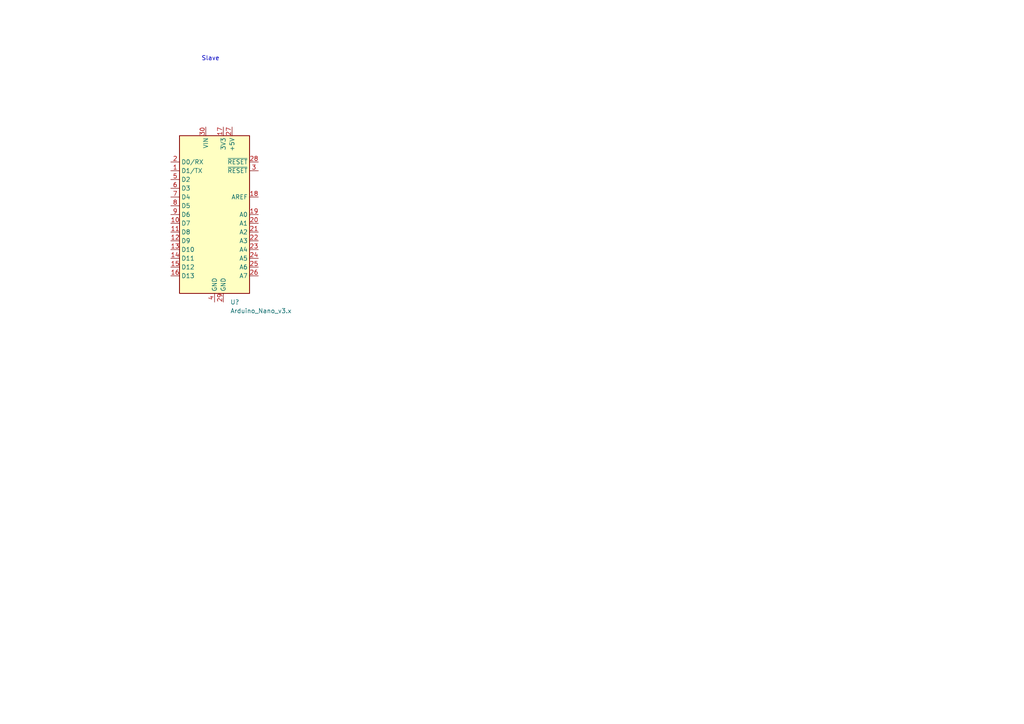
<source format=kicad_sch>
(kicad_sch (version 20211123) (generator eeschema)
  (paper "A4")
  (lib_symbols
    (symbol "MCU_Module:Arduino_Nano_v3.x"
      (property "Reference" "A" (at -10.16 23.495 0))
      (property "Value" "Arduino_Nano_v3.x" (at 5.08 -24.13 0))
      (symbol "Arduino_Nano_v3.x_0_1"
        (rectangle (start -10.16 22.86) (end 10.16 -22.86) (stroke (width 0.254)) (fill (type background)))
      )
      (symbol "Arduino_Nano_v3.x_1_1"
        (pin bidirectional line (at -12.7 12.7 0) (length 2.54) (name "D1/TX") (number "1"))
        (pin bidirectional line (at -12.7 -2.54 0) (length 2.54) (name "D7") (number "10"))
        (pin bidirectional line (at -12.7 -5.08 0) (length 2.54) (name "D8") (number "11"))
        (pin bidirectional line (at -12.7 -7.62 0) (length 2.54) (name "D9") (number "12"))
        (pin bidirectional line (at -12.7 -10.16 0) (length 2.54) (name "D10") (number "13"))
        (pin bidirectional line (at -12.7 -12.7 0) (length 2.54) (name "D11") (number "14"))
        (pin bidirectional line (at -12.7 -15.24 0) (length 2.54) (name "D12") (number "15"))
        (pin bidirectional line (at -12.7 -17.78 0) (length 2.54) (name "D13") (number "16"))
        (pin power_out line (at 2.54 25.4 270) (length 2.54) (name "3V3") (number "17"))
        (pin input line (at 12.7 5.08 180) (length 2.54) (name "AREF") (number "18"))
        (pin bidirectional line (at 12.7 0 180) (length 2.54) (name "A0") (number "19"))
        (pin bidirectional line (at -12.7 15.24 0) (length 2.54) (name "D0/RX") (number "2"))
        (pin bidirectional line (at 12.7 -2.54 180) (length 2.54) (name "A1") (number "20"))
        (pin bidirectional line (at 12.7 -5.08 180) (length 2.54) (name "A2") (number "21"))
        (pin bidirectional line (at 12.7 -7.62 180) (length 2.54) (name "A3") (number "22"))
        (pin bidirectional line (at 12.7 -10.16 180) (length 2.54) (name "A4") (number "23"))
        (pin bidirectional line (at 12.7 -12.7 180) (length 2.54) (name "A5") (number "24"))
        (pin bidirectional line (at 12.7 -15.24 180) (length 2.54) (name "A6") (number "25"))
        (pin bidirectional line (at 12.7 -17.78 180) (length 2.54) (name "A7") (number "26"))
        (pin power_out line (at 5.08 25.4 270) (length 2.54) (name "+5V") (number "27"))
        (pin input line (at 12.7 15.24 180) (length 2.54) (name "~{RESET}") (number "28"))
        (pin power_in line (at 2.54 -25.4 90) (length 2.54) (name "GND") (number "29"))
        (pin input line (at 12.7 12.7 180) (length 2.54) (name "~{RESET}") (number "3"))
        (pin power_in line (at -2.54 25.4 270) (length 2.54) (name "VIN") (number "30"))
        (pin power_in line (at 0 -25.4 90) (length 2.54) (name "GND") (number "4"))
        (pin bidirectional line (at -12.7 10.16 0) (length 2.54) (name "D2") (number "5"))
        (pin bidirectional line (at -12.7 7.62 0) (length 2.54) (name "D3") (number "6"))
        (pin bidirectional line (at -12.7 5.08 0) (length 2.54) (name "D4") (number "7"))
        (pin bidirectional line (at -12.7 2.54 0) (length 2.54) (name "D5") (number "8"))
        (pin bidirectional line (at -12.7 0 0) (length 2.54) (name "D6") (number "9"))
      )
    )
  )
  (text "Slave" (at 58.42 17.78 0) (effects (font (size 1.27 1.27)) (justify left bottom)))
  (symbol (lib_id "MCU_Module:Arduino_Nano_v3.x") (at 62.23 62.23 0) (unit 1)
    (property "Reference" "U?" (at 66.7894 87.63 0) (effects (justify left)))
    (property "Value" "Arduino_Nano_v3.x" (at 66.7894 90.17 0) (effects (justify left)))
    (property "Footprint" "Module:Arduino_Nano" (effects hide))
    (property "Datasheet" "http://www.mouser.com/pdfdocs/Gravitech_Arduino_Nano3_0.pdf" (effects hide))
  )
)
</source>
